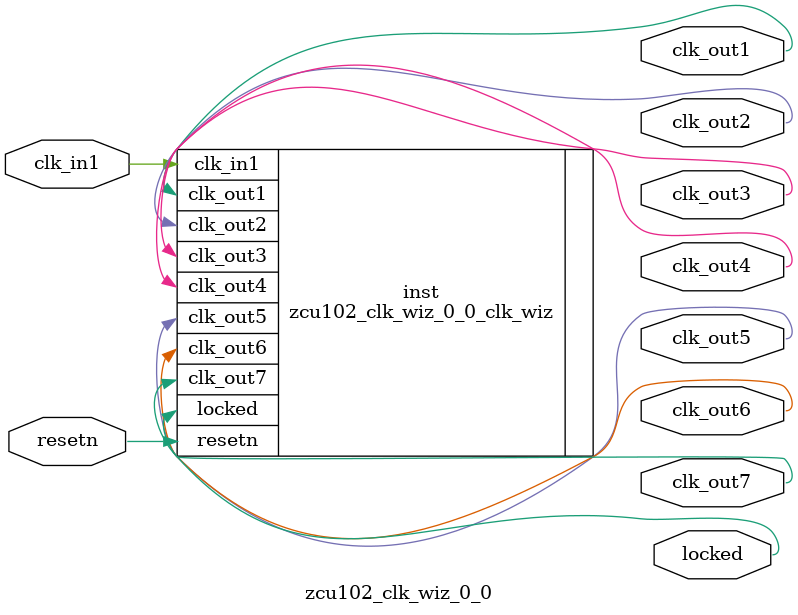
<source format=v>


`timescale 1ps/1ps

(* CORE_GENERATION_INFO = "zcu102_clk_wiz_0_0,clk_wiz_v6_0_1_0_0,{component_name=zcu102_clk_wiz_0_0,use_phase_alignment=false,use_min_o_jitter=false,use_max_i_jitter=false,use_dyn_phase_shift=false,use_inclk_switchover=false,use_dyn_reconfig=false,enable_axi=0,feedback_source=FDBK_AUTO,PRIMITIVE=MMCM,num_out_clk=7,clkin1_period=10.001,clkin2_period=10.000,use_power_down=false,use_reset=true,use_locked=true,use_inclk_stopped=false,feedback_type=SINGLE,CLOCK_MGR_TYPE=NA,manual_override=false}" *)

module zcu102_clk_wiz_0_0 
 (
  // Clock out ports
  output        clk_out1,
  output        clk_out2,
  output        clk_out3,
  output        clk_out4,
  output        clk_out5,
  output        clk_out6,
  output        clk_out7,
  // Status and control signals
  input         resetn,
  output        locked,
 // Clock in ports
  input         clk_in1
 );

  zcu102_clk_wiz_0_0_clk_wiz inst
  (
  // Clock out ports  
  .clk_out1(clk_out1),
  .clk_out2(clk_out2),
  .clk_out3(clk_out3),
  .clk_out4(clk_out4),
  .clk_out5(clk_out5),
  .clk_out6(clk_out6),
  .clk_out7(clk_out7),
  // Status and control signals               
  .resetn(resetn), 
  .locked(locked),
 // Clock in ports
  .clk_in1(clk_in1)
  );

endmodule

</source>
